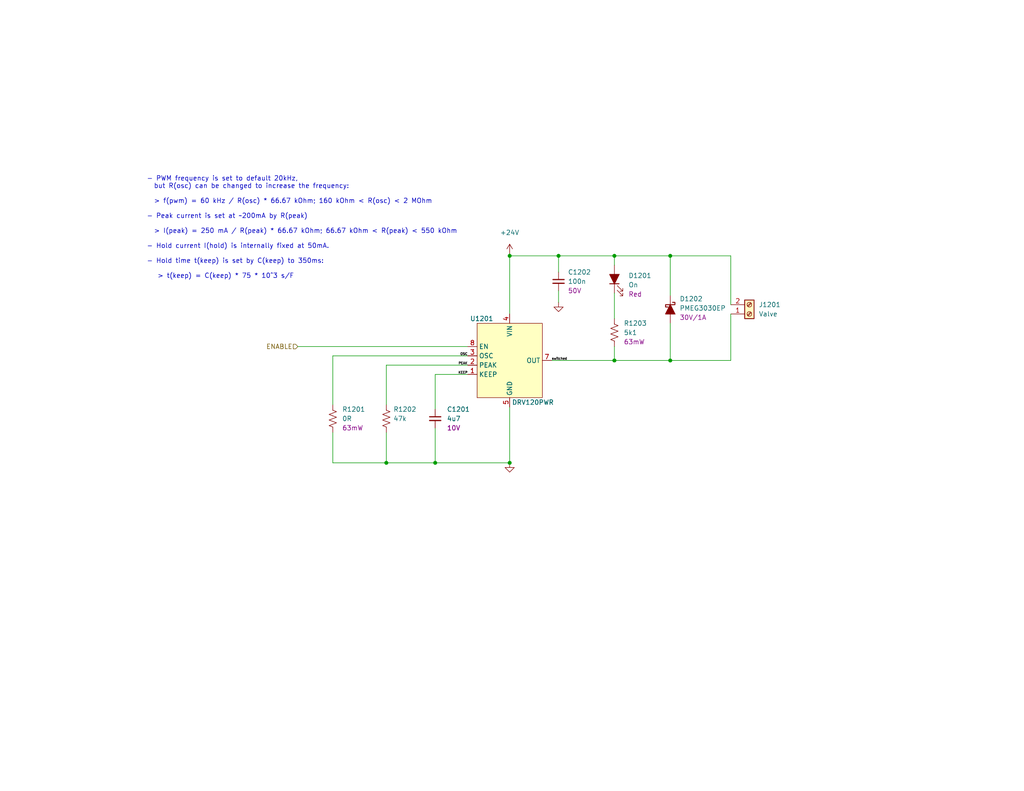
<source format=kicad_sch>
(kicad_sch (version 20211123) (generator eeschema)
  (paper "USLetter")
  (title_block (title "Starfish") (date "2022-09-10") (rev "v0") (company "Winterbloom") (comment 1 "Alethea Flowers") (comment 2 "CERN-OHL-P V2"))
  (lib_symbols
    (symbol "Connector:Screw_Terminal_01x02" (pin_names (offset 1.016) hide)
      (property "Reference" "J" (at 0 2.54 0))
      (property "Value" "Screw_Terminal_01x02" (at 0 -5.08 0))
      (symbol "Screw_Terminal_01x02_1_1"
        (rectangle (start -1.27 1.27) (end 1.27 -3.81) (stroke (width 0.254)) (fill (type background)))
        (circle (center 0 -2.54) (radius 0.635) (stroke (width 0.1524)))
        (polyline (pts (xy -0.5334 -2.2098) (xy 0.3302 -3.048)) (stroke (width 0.1524)))
        (polyline (pts (xy -0.5334 0.3302) (xy 0.3302 -0.508)) (stroke (width 0.1524)))
        (polyline (pts (xy -0.3556 -2.032) (xy 0.508 -2.8702)) (stroke (width 0.1524)))
        (polyline (pts (xy -0.3556 0.508) (xy 0.508 -0.3302)) (stroke (width 0.1524)))
        (circle (center 0 0) (radius 0.635) (stroke (width 0.1524)))
        (pin passive line (at -5.08 0 0) (length 3.81) (name "Pin_1") (number "1"))
        (pin passive line (at -5.08 -2.54 0) (length 3.81) (name "Pin_2") (number "2"))
      )
    )
    (symbol "Device:C_Small" (pin_numbers hide) (pin_names (offset 0.254) hide)
      (property "Reference" "C" (at 0.254 1.778 0))
      (property "Value" "C_Small" (at 0.254 -2.032 0))
      (symbol "C_Small_0_1"
        (polyline (pts (xy -1.524 -0.508) (xy 1.524 -0.508)) (stroke (width 0.3302)))
        (polyline (pts (xy -1.524 0.508) (xy 1.524 0.508)) (stroke (width 0.3048)))
      )
      (symbol "C_Small_1_1"
        (pin passive line (at 0 2.54 270) (length 2.032) (name "~") (number "1"))
        (pin passive line (at 0 -2.54 90) (length 2.032) (name "~") (number "2"))
      )
    )
    (symbol "Device:D_Schottky_Filled" (pin_numbers hide) (pin_names (offset 1.016) hide)
      (property "Reference" "D" (at 0 2.54 0))
      (property "Value" "D_Schottky_Filled" (at 0 -2.54 0))
      (symbol "D_Schottky_Filled_0_1"
        (polyline (pts (xy 1.27 0) (xy -1.27 0)))
        (polyline (pts (xy 1.27 1.27) (xy 1.27 -1.27) (xy -1.27 0) (xy 1.27 1.27)) (stroke (width 0.254)) (fill (type outline)))
        (polyline (pts (xy -1.905 0.635) (xy -1.905 1.27) (xy -1.27 1.27) (xy -1.27 -1.27) (xy -0.635 -1.27) (xy -0.635 -0.635)) (stroke (width 0.254)))
      )
      (symbol "D_Schottky_Filled_1_1"
        (pin passive line (at -3.81 0 0) (length 2.54) (name "K") (number "1"))
        (pin passive line (at 3.81 0 180) (length 2.54) (name "A") (number "2"))
      )
    )
    (symbol "Device:LED_Filled" (pin_numbers hide) (pin_names (offset 1.016) hide)
      (property "Reference" "D" (at 0 2.54 0))
      (property "Value" "LED_Filled" (at 0 -2.54 0))
      (symbol "LED_Filled_0_1"
        (polyline (pts (xy -1.27 -1.27) (xy -1.27 1.27)) (stroke (width 0.254)))
        (polyline (pts (xy -1.27 0) (xy 1.27 0)))
        (polyline (pts (xy 1.27 -1.27) (xy 1.27 1.27) (xy -1.27 0) (xy 1.27 -1.27)) (stroke (width 0.254)) (fill (type outline)))
        (polyline (pts (xy -3.048 -0.762) (xy -4.572 -2.286) (xy -3.81 -2.286) (xy -4.572 -2.286) (xy -4.572 -1.524)))
        (polyline (pts (xy -1.778 -0.762) (xy -3.302 -2.286) (xy -2.54 -2.286) (xy -3.302 -2.286) (xy -3.302 -1.524)))
      )
      (symbol "LED_Filled_1_1"
        (pin passive line (at -3.81 0 0) (length 2.54) (name "K") (number "1"))
        (pin passive line (at 3.81 0 180) (length 2.54) (name "A") (number "2"))
      )
    )
    (symbol "Device:R_US" (pin_numbers hide) (pin_names (offset 0))
      (property "Reference" "R" (at 2.54 0 90))
      (property "Value" "R_US" (at -2.54 0 90))
      (symbol "R_US_0_1"
        (polyline (pts (xy 0 -2.286) (xy 0 -2.54)))
        (polyline (pts (xy 0 2.286) (xy 0 2.54)))
        (polyline (pts (xy 0 -0.762) (xy 1.016 -1.143) (xy 0 -1.524) (xy -1.016 -1.905) (xy 0 -2.286)))
        (polyline (pts (xy 0 0.762) (xy 1.016 0.381) (xy 0 0) (xy -1.016 -0.381) (xy 0 -0.762)))
        (polyline (pts (xy 0 2.286) (xy 1.016 1.905) (xy 0 1.524) (xy -1.016 1.143) (xy 0 0.762)))
      )
      (symbol "R_US_1_1"
        (pin passive line (at 0 3.81 270) (length 1.27) (name "~") (number "1"))
        (pin passive line (at 0 -3.81 90) (length 1.27) (name "~") (number "2"))
      )
    )
    (symbol "power:+24V" (power) (pin_names (offset 0))
      (property "Value" "+24V" (at 0 3.556 0))
      (symbol "+24V_0_1"
        (polyline (pts (xy -0.762 1.27) (xy 0 2.54)))
        (polyline (pts (xy 0 0) (xy 0 2.54)))
        (polyline (pts (xy 0 2.54) (xy 0.762 1.27)))
      )
      (symbol "+24V_1_1"
        (pin power_in line (at 0 0 90) (length 0) hide (name "+24V") (number "1"))
      )
    )
    (symbol "power:GND" (power) (pin_names (offset 0))
      (property "Value" "GND" (at 0 -3.81 0))
      (symbol "GND_0_1"
        (polyline (pts (xy 0 0) (xy 0 -1.27) (xy 1.27 -1.27) (xy 0 -2.54) (xy -1.27 -1.27) (xy 0 -1.27)))
      )
      (symbol "GND_1_1"
        (pin power_in line (at 0 0 270) (length 0) hide (name "GND") (number "1"))
      )
    )
    (symbol "winterbloom:DRV120PWR"
      (property "Reference" "U" (at -8.89 11.43 0))
      (property "Value" "DRV120PWR" (at 1.27 -11.43 0))
      (property "MPN" "DRV120PWR" (at 0 0 0))
      (symbol "DRV120PWR_0_0"
        (pin input line (at -11.43 -3.81 0) (length 2.54) (name "KEEP") (number "1"))
        (pin input line (at -11.43 -1.27 0) (length 2.54) (name "PEAK") (number "2"))
        (pin input line (at -11.43 1.27 0) (length 2.54) (name "OSC") (number "3"))
        (pin power_in line (at 0 12.7 270) (length 2.54) (name "VIN") (number "4"))
        (pin power_in line (at 0 -12.7 90) (length 2.54) (name "GND") (number "5"))
        (pin no_connect line (at -1.905 0 180) (length 2.54) hide (name "NC") (number "6"))
        (pin passive line (at 11.43 0 180) (length 2.54) (name "OUT") (number "7"))
        (pin input line (at -11.43 3.81 0) (length 2.54) (name "EN") (number "8"))
      )
      (symbol "DRV120PWR_0_1"
        (rectangle (start -8.89 10.16) (end 8.89 -10.16) (fill (type background)))
      )
    )
  )
  (junction (at 182.88 98.425))
  (junction (at 118.745 126.365))
  (junction (at 182.88 69.85))
  (junction (at 139.065 126.365))
  (junction (at 105.41 126.365))
  (junction (at 152.4 69.85))
  (junction (at 167.64 69.85))
  (junction (at 167.64 98.425))
  (junction (at 139.065 69.85))
  (wire (pts (xy 182.88 69.85) (xy 199.39 69.85)))
  (wire (pts (xy 167.64 69.85) (xy 182.88 69.85)))
  (wire (pts (xy 139.065 111.125) (xy 139.065 126.365)))
  (wire (pts (xy 152.4 69.85) (xy 152.4 74.295)))
  (wire (pts (xy 152.4 79.375) (xy 152.4 82.55)))
  (wire (pts (xy 150.495 98.425) (xy 167.64 98.425)))
  (wire (pts (xy 90.805 110.49) (xy 90.805 97.155)))
  (wire (pts (xy 182.88 88.265) (xy 182.88 98.425)))
  (wire (pts (xy 199.39 85.725) (xy 199.39 98.425)))
  (wire (pts (xy 167.64 94.615) (xy 167.64 98.425)))
  (wire (pts (xy 139.065 69.85) (xy 139.065 85.725)))
  (wire (pts (xy 118.745 116.84) (xy 118.745 126.365)))
  (wire (pts (xy 105.41 99.695) (xy 105.41 110.49)))
  (wire (pts (xy 167.64 80.01) (xy 167.64 86.995)))
  (wire (pts (xy 90.805 97.155) (xy 127.635 97.155)))
  (wire (pts (xy 199.39 69.85) (xy 199.39 83.185)))
  (wire (pts (xy 90.805 126.365) (xy 105.41 126.365)))
  (wire (pts (xy 81.28 94.615) (xy 127.635 94.615)))
  (wire (pts (xy 127.635 99.695) (xy 105.41 99.695)))
  (wire (pts (xy 167.64 69.85) (xy 167.64 72.39)))
  (wire (pts (xy 105.41 126.365) (xy 118.745 126.365)))
  (wire (pts (xy 182.88 69.85) (xy 182.88 80.645)))
  (wire (pts (xy 152.4 69.85) (xy 167.64 69.85)))
  (wire (pts (xy 118.745 126.365) (xy 139.065 126.365)))
  (wire (pts (xy 118.745 102.235) (xy 118.745 111.76)))
  (wire (pts (xy 139.065 69.85) (xy 139.065 69.215)))
  (wire (pts (xy 90.805 118.11) (xy 90.805 126.365)))
  (wire (pts (xy 105.41 118.11) (xy 105.41 126.365)))
  (wire (pts (xy 167.64 98.425) (xy 182.88 98.425)))
  (wire (pts (xy 118.745 102.235) (xy 127.635 102.235)))
  (wire (pts (xy 139.065 69.85) (xy 152.4 69.85)))
  (wire (pts (xy 182.88 98.425) (xy 199.39 98.425)))
  (text "- PWM frequency is set to default 20kHz,\n  but R(osc) can be changed to increase the frequency:\n\n  > f(pwm) = 60 kHz / R(osc) * 66.67 kOhm; 160 kOhm < R(osc) < 2 MOhm\n\n- Peak current is set at ~200mA by R(peak)\n\n  > I(peak) = 250 mA / R(peak) * 66.67 kOhm; 66.67 kOhm < R(peak) < 550 kOhm\n\n- Hold current I(hold) is internally fixed at 50mA.\n\n- Hold time t(keep) is set by C(keep) to 350ms:\n\n   > t(keep) = C(keep) * 75 * 10^3 s/F" (at 40.005 76.2 0) (effects (font (size 1.27 1.27)) (justify left bottom)))
  (label "switched" (at 150.495 98.425 0) (effects (font (size 0.64 0.64))))
  (label "OSC" (at 127.635 97.155 180) (effects (font (size 0.64 0.64))))
  (label "KEEP" (at 127.635 102.235 180) (effects (font (size 0.64 0.64))))
  (label "PEAK" (at 127.635 99.695 180) (effects (font (size 0.64 0.64))))
  (hierarchical_label "ENABLE" (shape input) (at 81.28 94.615 180))
  (symbol (lib_id "Connector:Screw_Terminal_01x02") (at 204.47 85.725 0) (mirror x) (unit 1)
    (property "Reference" "J1201" (at 207.01 83.185 0) (effects (justify left)))
    (property "Value" "Valve" (at 207.01 85.725 0) (effects (justify left)))
    (property "Footprint" "winterbloom:TerminalBlock_4UCON_1x02_P3.50mm_Horizontal" (effects hide))
  )
  (symbol (lib_id "winterbloom:DRV120PWR") (at 139.065 98.425 0) (unit 1)
    (property "Reference" "U1201" (at 131.445 86.995 0))
    (property "Value" "DRV120PWR" (at 145.415 109.855 0))
    (property "Footprint" "Package_SO:TSSOP-8_4.4x3mm_P0.65mm" (effects hide))
    (property "Datasheet" "https://www.ti.com/lit/ds/symlink/drv120.pdf" (effects hide))
    (property "mpn" "DRV120PWR" (effects hide))
  )
  (symbol (lib_id "Device:LED_Filled") (at 167.64 76.2 90) (unit 1)
    (property "Reference" "D1201" (at 171.45 75.2474 90) (effects (justify right)))
    (property "Value" "On" (at 171.45 77.7874 90) (effects (justify right)))
    (property "Footprint" "winterbloom:LED_0805_Kingbright_APT2012" (effects hide))
    (property "mpn" "APT2012EC" (effects hide))
    (property "Rating" "Red" (at 171.45 80.3274 90) (effects (justify right)))
  )
  (symbol (lib_id "Device:C_Small") (at 118.745 114.3 0) (unit 1)
    (property "Reference" "C1201" (at 121.92 111.7662 0) (effects (justify left)))
    (property "Value" "4u7" (at 121.92 114.3062 0) (effects (justify left)))
    (property "Footprint" "winterbloom:C_0603_HandSolder" (effects hide))
    (property "Rating" "10V" (at 121.92 116.8462 0) (effects (justify left)))
    (property "mpn" "CL10A475KP8NNNC" (effects hide))
  )
  (symbol (lib_id "power:GND") (at 152.4 82.55 0) (unit 1)
    (property "Reference" "#PWR03" (effects hide))
    (property "Value" "GND" (effects hide))
  )
  (symbol (lib_id "Device:R_US") (at 90.805 114.3 180) (unit 1)
    (property "Reference" "R1201" (at 93.345 111.7599 0) (effects (justify right)))
    (property "Value" "0R" (at 93.345 114.2999 0) (effects (justify right)))
    (property "Footprint" "winterbloom:R_0402_HandSolder" (effects hide))
    (property "Rating" "63mW" (at 93.345 116.8399 0) (effects (justify right)))
  )
  (symbol (lib_id "power:GND") (at 139.065 126.365 0) (unit 1)
    (property "Reference" "#PWR01202" (effects hide))
    (property "Value" "GND" (effects hide))
  )
  (symbol (lib_id "Device:R_US") (at 105.41 114.3 180) (unit 1)
    (property "Reference" "R1202" (at 107.315 111.7599 0) (effects (justify right)))
    (property "Value" "47k" (at 107.315 114.2999 0) (effects (justify right)))
    (property "Footprint" "winterbloom:R_0402_HandSolder" (effects hide))
    (property "Rating" "63mW" (effects hide))
  )
  (symbol (lib_id "Device:D_Schottky_Filled") (at 182.88 84.455 270) (unit 1)
    (property "Reference" "D1202" (at 185.42 81.5974 90) (effects (justify left)))
    (property "Value" "PMEG3030EP" (at 185.42 84.1374 90) (effects (justify left)))
    (property "Footprint" "winterbloom:D_SOD-128" (effects hide))
    (property "Datasheet" "https://www.digikey.com/en/products/detail/nexperia-usa-inc/PMEG3030EP-115/2228693" (effects hide))
    (property "Rating" "30V/1A" (at 185.42 86.6774 90) (effects (justify left)))
  )
  (symbol (lib_id "power:+24V") (at 139.065 69.215 0) (unit 1)
    (property "Reference" "#PWR01201" (effects hide))
    (property "Value" "+24V" (at 139.065 63.5 0))
  )
  (symbol (lib_id "Device:C_Small") (at 152.4 76.835 0) (unit 1)
    (property "Reference" "C1202" (at 154.94 74.3012 0) (effects (justify left)))
    (property "Value" "100n" (at 154.94 76.8412 0) (effects (justify left)))
    (property "Footprint" "winterbloom:C_0603_HandSolder" (effects hide))
    (property "Rating" "50V" (at 154.94 79.3812 0) (effects (justify left)))
    (property "mpn" "CL10B104KB8NNWC" (effects hide))
  )
  (symbol (lib_id "Device:R_US") (at 167.64 90.805 0) (unit 1)
    (property "Reference" "R1203" (at 170.18 88.2649 0) (effects (justify left)))
    (property "Value" "5k1" (at 170.18 90.8049 0) (effects (justify left)))
    (property "Footprint" "winterbloom:R_0402_HandSolder" (effects hide))
    (property "mpn" "AC0603FR-075K1L" (effects hide))
    (property "Rating" "63mW" (at 170.18 93.3449 0) (effects (justify left)))
  )
)
</source>
